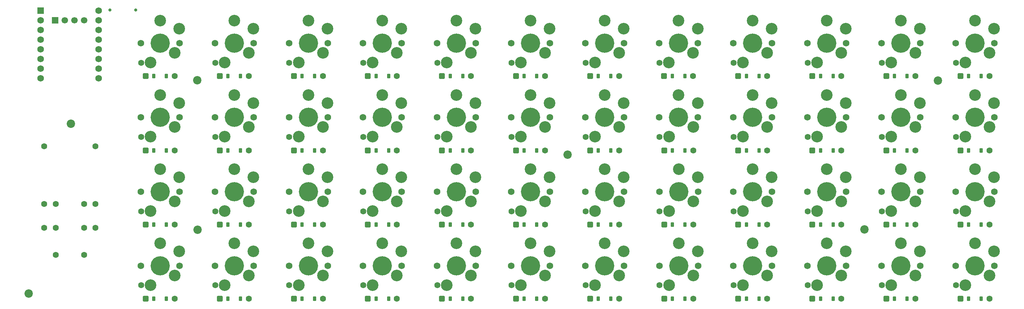
<source format=gbr>
%TF.GenerationSoftware,KiCad,Pcbnew,9.0.2+dfsg-1*%
%TF.CreationDate,2025-11-03T11:46:04-05:00*%
%TF.ProjectId,4x12,34783132-2e6b-4696-9361-645f70636258,rev?*%
%TF.SameCoordinates,Original*%
%TF.FileFunction,Soldermask,Top*%
%TF.FilePolarity,Negative*%
%FSLAX46Y46*%
G04 Gerber Fmt 4.6, Leading zero omitted, Abs format (unit mm)*
G04 Created by KiCad (PCBNEW 9.0.2+dfsg-1) date 2025-11-03 11:46:04*
%MOMM*%
%LPD*%
G01*
G04 APERTURE LIST*
G04 Aperture macros list*
%AMRoundRect*
0 Rectangle with rounded corners*
0 $1 Rounding radius*
0 $2 $3 $4 $5 $6 $7 $8 $9 X,Y pos of 4 corners*
0 Add a 4 corners polygon primitive as box body*
4,1,4,$2,$3,$4,$5,$6,$7,$8,$9,$2,$3,0*
0 Add four circle primitives for the rounded corners*
1,1,$1+$1,$2,$3*
1,1,$1+$1,$4,$5*
1,1,$1+$1,$6,$7*
1,1,$1+$1,$8,$9*
0 Add four rect primitives between the rounded corners*
20,1,$1+$1,$2,$3,$4,$5,0*
20,1,$1+$1,$4,$5,$6,$7,0*
20,1,$1+$1,$6,$7,$8,$9,0*
20,1,$1+$1,$8,$9,$2,$3,0*%
G04 Aperture macros list end*
%ADD10C,1.600000*%
%ADD11C,3.050000*%
%ADD12C,5.050000*%
%ADD13C,1.750000*%
%ADD14C,4.000000*%
%ADD15C,2.200000*%
%ADD16RoundRect,0.250000X-0.500003X-0.499997X0.499997X-0.500003X0.500003X0.499997X-0.499997X0.500003X0*%
%ADD17RoundRect,0.225000X-0.225002X-0.374999X0.224998X-0.375001X0.225002X0.374999X-0.224998X0.375001X0*%
%ADD18R,1.700000X1.700000*%
%ADD19C,1.700000*%
%ADD20C,1.752600*%
%ADD21R,1.752600X1.752600*%
%ADD22C,0.800000*%
G04 APERTURE END LIST*
D10*
%TO.C,REF\u002A\u002A*%
X146470370Y-76881528D03*
D11*
X151470223Y-65831474D03*
D12*
X151470302Y-71731468D03*
D11*
X156470244Y-67931397D03*
%TD*%
D13*
%TO.C,REF\u002A\u002A*%
X59270574Y-91231405D03*
D11*
X58000601Y-93771438D03*
D14*
X54190571Y-91231476D03*
D11*
X51650632Y-96311521D03*
D13*
X49110568Y-91231547D03*
%TD*%
%TO.C,REF\u002A\u002A*%
X253830090Y-52231435D03*
D11*
X252560117Y-54771468D03*
D14*
X248750087Y-52231506D03*
D11*
X246210148Y-57311551D03*
D13*
X243670084Y-52231577D03*
%TD*%
D10*
%TO.C,REF\u002A\u002A*%
X224294155Y-57381566D03*
D11*
X229294008Y-46331512D03*
D12*
X229294087Y-52231506D03*
D11*
X234294029Y-48431435D03*
%TD*%
D13*
%TO.C,REF\u002A\u002A*%
X117638305Y-71731397D03*
D11*
X116368332Y-74271430D03*
D14*
X112558302Y-71731468D03*
D11*
X110018363Y-76811513D03*
D13*
X107478299Y-71731539D03*
%TD*%
D15*
%TO.C,CiHole1*%
X161202513Y-81500559D03*
%TD*%
D13*
%TO.C,REF\u002A\u002A*%
X59270090Y-52231435D03*
D11*
X58000117Y-54771468D03*
D14*
X54190087Y-52231506D03*
D11*
X51650148Y-57311551D03*
D13*
X49110084Y-52231577D03*
%TD*%
D10*
%TO.C,REF\u002A\u002A*%
X185382155Y-57381567D03*
D11*
X190382008Y-46331513D03*
D12*
X190382087Y-52231507D03*
D11*
X195382029Y-48431436D03*
%TD*%
D16*
%TO.C,D14*%
X167116439Y-80381508D03*
D17*
X169276433Y-80381490D03*
X172576441Y-80381460D03*
D10*
X174736435Y-80381442D03*
%TD*%
D18*
%TO.C,REF\u002A\u002A*%
X26613801Y-46241089D03*
D19*
X29153801Y-46241089D03*
X31693801Y-46241089D03*
X34233801Y-46241088D03*
%TD*%
D13*
%TO.C,REF\u002A\u002A*%
X195462090Y-52231436D03*
D11*
X194192117Y-54771469D03*
D14*
X190382087Y-52231507D03*
D11*
X187842148Y-57311552D03*
D13*
X185302084Y-52231578D03*
%TD*%
%TO.C,REF\u002A\u002A*%
X156550090Y-52231435D03*
D11*
X155280117Y-54771468D03*
D14*
X151470087Y-52231506D03*
D11*
X148930148Y-57311551D03*
D13*
X146390084Y-52231577D03*
%TD*%
D10*
%TO.C,REF\u002A\u002A*%
X68646371Y-76881528D03*
D11*
X73646224Y-65831474D03*
D12*
X73646303Y-71731468D03*
D11*
X78646245Y-67931397D03*
%TD*%
D16*
%TO.C,D14*%
X69836200Y-60881507D03*
D17*
X71996194Y-60881489D03*
X75296202Y-60881459D03*
D10*
X77456196Y-60881441D03*
%TD*%
D16*
%TO.C,D14*%
X147660200Y-60881507D03*
D17*
X149820194Y-60881489D03*
X153120202Y-60881459D03*
D10*
X155280196Y-60881441D03*
%TD*%
D13*
%TO.C,REF\u002A\u002A*%
X273286574Y-110687405D03*
D11*
X272016601Y-113227438D03*
D14*
X268206571Y-110687476D03*
D11*
X265666632Y-115767521D03*
D13*
X263126568Y-110687547D03*
%TD*%
D10*
%TO.C,REF\u002A\u002A*%
X263206156Y-57381565D03*
D11*
X268206009Y-46331511D03*
D12*
X268206088Y-52231505D03*
D11*
X273206030Y-48431434D03*
%TD*%
D10*
%TO.C,REF\u002A\u002A*%
X224294639Y-96381536D03*
D11*
X229294492Y-85331482D03*
D12*
X229294571Y-91231476D03*
D11*
X234294513Y-87431405D03*
%TD*%
D15*
%TO.C,CiHole1*%
X63922513Y-61980558D03*
%TD*%
D20*
%TO.C,*%
X38043800Y-48781089D03*
%TD*%
D10*
%TO.C,REF\u002A\u002A*%
X204838155Y-57381565D03*
D11*
X209838008Y-46331511D03*
D12*
X209838087Y-52231505D03*
D11*
X214838029Y-48431434D03*
%TD*%
D20*
%TO.C,*%
X38043800Y-46241089D03*
%TD*%
D13*
%TO.C,REF\u002A\u002A*%
X156550305Y-71731397D03*
D11*
X155280332Y-74271430D03*
D14*
X151470302Y-71731468D03*
D11*
X148930363Y-76811513D03*
D13*
X146390299Y-71731539D03*
%TD*%
%TO.C,REF\u002A\u002A*%
X78726306Y-71731397D03*
D11*
X77456333Y-74271430D03*
D14*
X73646303Y-71731468D03*
D11*
X71106364Y-76811513D03*
D13*
X68566300Y-71731539D03*
%TD*%
D10*
%TO.C,REF\u002A\u002A*%
X165926155Y-57381567D03*
D11*
X170926008Y-46331513D03*
D12*
X170926087Y-52231507D03*
D11*
X175926029Y-48431436D03*
%TD*%
D16*
%TO.C,D14*%
X128204200Y-60881507D03*
D17*
X130364194Y-60881489D03*
X133664202Y-60881459D03*
D10*
X135824196Y-60881441D03*
%TD*%
%TO.C,REF\u002A\u002A*%
X146470639Y-96381536D03*
D11*
X151470492Y-85331482D03*
D12*
X151470571Y-91231476D03*
D11*
X156470513Y-87431405D03*
%TD*%
D13*
%TO.C,REF\u002A\u002A*%
X214918305Y-71731397D03*
D11*
X213648332Y-74271430D03*
D14*
X209838302Y-71731468D03*
D11*
X207298363Y-76811513D03*
D13*
X204758299Y-71731539D03*
%TD*%
%TO.C,REF\u002A\u002A*%
X273286091Y-52231434D03*
D11*
X272016118Y-54771467D03*
D14*
X268206088Y-52231505D03*
D11*
X265666149Y-57311550D03*
D13*
X263126085Y-52231576D03*
%TD*%
D16*
%TO.C,D14*%
X186572439Y-80381506D03*
D17*
X188732433Y-80381488D03*
X192032441Y-80381458D03*
D10*
X194192435Y-80381440D03*
%TD*%
D13*
%TO.C,REF\u002A\u002A*%
X137094090Y-52231435D03*
D11*
X135824117Y-54771468D03*
D14*
X132014087Y-52231506D03*
D11*
X129474148Y-57311551D03*
D13*
X126934084Y-52231577D03*
%TD*%
D10*
%TO.C,REF\u002A\u002A*%
X204838639Y-96381536D03*
D11*
X209838492Y-85331482D03*
D12*
X209838571Y-91231476D03*
D11*
X214838513Y-87431405D03*
%TD*%
D16*
%TO.C,D14*%
X50380439Y-80381507D03*
D17*
X52540433Y-80381489D03*
X55840441Y-80381459D03*
D10*
X58000435Y-80381441D03*
%TD*%
D16*
%TO.C,D14*%
X167116653Y-119337513D03*
D17*
X169276647Y-119337495D03*
X172576655Y-119337465D03*
D10*
X174736649Y-119337447D03*
%TD*%
%TO.C,REF\u002A\u002A*%
X49190639Y-115837536D03*
D11*
X54190492Y-104787482D03*
D12*
X54190571Y-110687476D03*
D11*
X59190513Y-106887405D03*
%TD*%
D10*
%TO.C,REF\u002A\u002A*%
X146470639Y-115837536D03*
D11*
X151470492Y-104787482D03*
D12*
X151470571Y-110687476D03*
D11*
X156470513Y-106887405D03*
%TD*%
D16*
%TO.C,D14*%
X225484200Y-60881507D03*
D17*
X227644194Y-60881489D03*
X230944202Y-60881459D03*
D10*
X233104196Y-60881441D03*
%TD*%
D20*
%TO.C,*%
X38043801Y-56401088D03*
%TD*%
D10*
%TO.C,REF\u002A\u002A*%
X49190370Y-76881528D03*
D11*
X54190223Y-65831474D03*
D12*
X54190302Y-71731468D03*
D11*
X59190244Y-67931397D03*
%TD*%
D13*
%TO.C,REF\u002A\u002A*%
X117638574Y-110687405D03*
D11*
X116368601Y-113227438D03*
D14*
X112558571Y-110687476D03*
D11*
X110018632Y-115767521D03*
D13*
X107478568Y-110687547D03*
%TD*%
D20*
%TO.C,*%
X38043801Y-53861089D03*
%TD*%
D15*
%TO.C,CiHole1*%
X19622513Y-118040558D03*
%TD*%
D16*
%TO.C,D14*%
X108748652Y-119337513D03*
D17*
X110908646Y-119337495D03*
X114208654Y-119337465D03*
D10*
X116368648Y-119337447D03*
%TD*%
D15*
%TO.C,CiHole1*%
X239202515Y-101170558D03*
%TD*%
D10*
%TO.C,REF\u002A\u002A*%
X165926371Y-76881528D03*
D11*
X170926224Y-65831474D03*
D12*
X170926303Y-71731468D03*
D11*
X175926245Y-67931397D03*
%TD*%
D10*
%TO.C,REF\u002A\u002A*%
X204838639Y-115837537D03*
D11*
X209838492Y-104787483D03*
D12*
X209838571Y-110687477D03*
D11*
X214838513Y-106887406D03*
%TD*%
D10*
%TO.C,REF\u002A\u002A*%
X204838370Y-76881528D03*
D11*
X209838223Y-65831474D03*
D12*
X209838302Y-71731468D03*
D11*
X214838244Y-67931397D03*
%TD*%
D10*
%TO.C,REF\u002A\u002A*%
X243750370Y-76881528D03*
D11*
X248750223Y-65831474D03*
D12*
X248750302Y-71731468D03*
D11*
X253750244Y-67931397D03*
%TD*%
D16*
%TO.C,D14*%
X147660440Y-80381507D03*
D17*
X149820434Y-80381489D03*
X153120442Y-80381459D03*
D10*
X155280436Y-80381441D03*
%TD*%
D16*
%TO.C,D14*%
X69836653Y-119337514D03*
D17*
X71996647Y-119337496D03*
X75296655Y-119337466D03*
D10*
X77456649Y-119337448D03*
%TD*%
D21*
%TO.C,*%
X22803800Y-43701089D03*
%TD*%
D20*
%TO.C,*%
X22803801Y-48781088D03*
%TD*%
D16*
%TO.C,D14*%
X108748201Y-60881507D03*
D17*
X110908195Y-60881489D03*
X114208203Y-60881459D03*
D10*
X116368197Y-60881441D03*
%TD*%
D13*
%TO.C,REF\u002A\u002A*%
X98182574Y-110687405D03*
D11*
X96912601Y-113227438D03*
D14*
X93102571Y-110687476D03*
D11*
X90562632Y-115767521D03*
D13*
X88022568Y-110687547D03*
%TD*%
%TO.C,REF\u002A\u002A*%
X214918574Y-91231405D03*
D11*
X213648601Y-93771438D03*
D14*
X209838571Y-91231476D03*
D11*
X207298632Y-96311521D03*
D13*
X204758568Y-91231547D03*
%TD*%
D16*
%TO.C,D14*%
X264396439Y-80381507D03*
D17*
X266556433Y-80381489D03*
X269856441Y-80381459D03*
D10*
X272016435Y-80381441D03*
%TD*%
D16*
%TO.C,D14*%
X108748652Y-99881512D03*
D17*
X110908646Y-99881494D03*
X114208654Y-99881464D03*
D10*
X116368648Y-99881446D03*
%TD*%
%TO.C,REF\u002A\u002A*%
X263206370Y-76881528D03*
D11*
X268206223Y-65831474D03*
D12*
X268206302Y-71731468D03*
D11*
X273206244Y-67931397D03*
%TD*%
D20*
%TO.C,*%
X22803800Y-53861089D03*
%TD*%
D10*
%TO.C,REF\u002A\u002A*%
X88102370Y-76881528D03*
D11*
X93102223Y-65831474D03*
D12*
X93102302Y-71731468D03*
D11*
X98102244Y-67931397D03*
%TD*%
D13*
%TO.C,REF\u002A\u002A*%
X176006090Y-52231436D03*
D11*
X174736117Y-54771469D03*
D14*
X170926087Y-52231507D03*
D11*
X168386148Y-57311552D03*
D13*
X165846084Y-52231578D03*
%TD*%
%TO.C,REF\u002A\u002A*%
X273286574Y-91231405D03*
D11*
X272016601Y-93771438D03*
D14*
X268206571Y-91231476D03*
D11*
X265666632Y-96311521D03*
D13*
X263126568Y-91231547D03*
%TD*%
D10*
%TO.C,REF\u002A\u002A*%
X185382640Y-96381536D03*
D11*
X190382493Y-85331482D03*
D12*
X190382572Y-91231476D03*
D11*
X195382514Y-87431405D03*
%TD*%
D13*
%TO.C,REF\u002A\u002A*%
X176006574Y-91231405D03*
D11*
X174736601Y-93771438D03*
D14*
X170926571Y-91231476D03*
D11*
X168386632Y-96311521D03*
D13*
X165846568Y-91231547D03*
%TD*%
D10*
%TO.C,REF\u002A\u002A*%
X68646639Y-115837536D03*
D11*
X73646492Y-104787482D03*
D12*
X73646571Y-110687476D03*
D11*
X78646513Y-106887405D03*
%TD*%
D10*
%TO.C,REF\u002A\u002A*%
X127014639Y-96381535D03*
D11*
X132014492Y-85331481D03*
D12*
X132014571Y-91231475D03*
D11*
X137014513Y-87431404D03*
%TD*%
D16*
%TO.C,D14*%
X244940439Y-80381507D03*
D17*
X247100433Y-80381489D03*
X250400441Y-80381459D03*
D10*
X252560435Y-80381441D03*
%TD*%
%TO.C,REF\u002A\u002A*%
X88102155Y-57381566D03*
D11*
X93102008Y-46331512D03*
D12*
X93102087Y-52231506D03*
D11*
X98102029Y-48431435D03*
%TD*%
D16*
%TO.C,D14*%
X147660652Y-119337513D03*
D17*
X149820646Y-119337495D03*
X153120654Y-119337465D03*
D10*
X155280648Y-119337447D03*
%TD*%
D13*
%TO.C,REF\u002A\u002A*%
X214918574Y-110687406D03*
D11*
X213648601Y-113227439D03*
D14*
X209838571Y-110687477D03*
D11*
X207298632Y-115767522D03*
D13*
X204758568Y-110687548D03*
%TD*%
D10*
%TO.C,REF\u002A\u002A*%
X185382370Y-76881528D03*
D11*
X190382223Y-65831474D03*
D12*
X190382302Y-71731468D03*
D11*
X195382244Y-67931397D03*
%TD*%
D16*
%TO.C,D14*%
X167116200Y-60881508D03*
D17*
X169276194Y-60881490D03*
X172576202Y-60881460D03*
D10*
X174736196Y-60881442D03*
%TD*%
D16*
%TO.C,D14*%
X50380653Y-99881513D03*
D17*
X52540647Y-99881495D03*
X55840655Y-99881465D03*
D10*
X58000649Y-99881447D03*
%TD*%
D13*
%TO.C,REF\u002A\u002A*%
X156550574Y-91231405D03*
D11*
X155280601Y-93771438D03*
D14*
X151470571Y-91231476D03*
D11*
X148930632Y-96311521D03*
D13*
X146390568Y-91231547D03*
%TD*%
D10*
%TO.C,REF\u002A\u002A*%
X49190155Y-57381566D03*
D11*
X54190008Y-46331512D03*
D12*
X54190087Y-52231506D03*
D11*
X59190029Y-48431435D03*
%TD*%
D13*
%TO.C,REF\u002A\u002A*%
X98182305Y-71731397D03*
D11*
X96912332Y-74271430D03*
D14*
X93102302Y-71731468D03*
D11*
X90562363Y-76811513D03*
D13*
X88022299Y-71731539D03*
%TD*%
D16*
%TO.C,D14*%
X225484439Y-80381507D03*
D17*
X227644433Y-80381489D03*
X230944441Y-80381459D03*
D10*
X233104435Y-80381441D03*
%TD*%
D16*
%TO.C,D14*%
X89292200Y-60881507D03*
D17*
X91452194Y-60881489D03*
X94752202Y-60881459D03*
D10*
X96912196Y-60881441D03*
%TD*%
D16*
%TO.C,D14*%
X128204652Y-119337513D03*
D17*
X130364646Y-119337495D03*
X133664654Y-119337465D03*
D10*
X135824648Y-119337447D03*
%TD*%
%TO.C,REF\u002A\u002A*%
X68646640Y-96381536D03*
D11*
X73646493Y-85331482D03*
D12*
X73646572Y-91231476D03*
D11*
X78646514Y-87431405D03*
%TD*%
D16*
%TO.C,D14*%
X206028652Y-99881513D03*
D17*
X208188646Y-99881495D03*
X211488654Y-99881465D03*
D10*
X213648648Y-99881447D03*
%TD*%
D13*
%TO.C,REF\u002A\u002A*%
X176006574Y-110687405D03*
D11*
X174736601Y-113227438D03*
D14*
X170926571Y-110687476D03*
D11*
X168386632Y-115767521D03*
D13*
X165846568Y-110687547D03*
%TD*%
%TO.C,REF\u002A\u002A*%
X59270305Y-71731397D03*
D11*
X58000332Y-74271430D03*
D14*
X54190302Y-71731468D03*
D11*
X51650363Y-76811513D03*
D13*
X49110299Y-71731539D03*
%TD*%
D20*
%TO.C,*%
X22803800Y-51321090D03*
%TD*%
%TO.C,*%
X38043800Y-43701089D03*
%TD*%
D10*
%TO.C,REF\u002A\u002A*%
X165926639Y-115837536D03*
D11*
X170926492Y-104787482D03*
D12*
X170926571Y-110687476D03*
D11*
X175926513Y-106887405D03*
%TD*%
D16*
%TO.C,D14*%
X167116653Y-99881513D03*
D17*
X169276647Y-99881495D03*
X172576655Y-99881465D03*
D10*
X174736649Y-99881447D03*
%TD*%
D20*
%TO.C,*%
X22803800Y-58941088D03*
%TD*%
D10*
%TO.C,REF\u002A\u002A*%
X263206639Y-115837536D03*
D11*
X268206492Y-104787482D03*
D12*
X268206571Y-110687476D03*
D11*
X273206513Y-106887405D03*
%TD*%
D16*
%TO.C,D14*%
X89292652Y-119337513D03*
D17*
X91452646Y-119337495D03*
X94752654Y-119337465D03*
D10*
X96912648Y-119337447D03*
%TD*%
D13*
%TO.C,REF\u002A\u002A*%
X137094574Y-110687405D03*
D11*
X135824601Y-113227438D03*
D14*
X132014571Y-110687476D03*
D11*
X129474632Y-115767521D03*
D13*
X126934568Y-110687547D03*
%TD*%
D16*
%TO.C,D14*%
X128204652Y-99881513D03*
D17*
X130364646Y-99881495D03*
X133664654Y-99881465D03*
D10*
X135824648Y-99881447D03*
%TD*%
D16*
%TO.C,D14*%
X50380652Y-119337513D03*
D17*
X52540646Y-119337495D03*
X55840654Y-119337465D03*
D10*
X58000648Y-119337447D03*
%TD*%
D13*
%TO.C,REF\u002A\u002A*%
X176006306Y-71731397D03*
D11*
X174736333Y-74271430D03*
D14*
X170926303Y-71731468D03*
D11*
X168386364Y-76811513D03*
D13*
X165846300Y-71731539D03*
%TD*%
D10*
%TO.C,REF\u002A\u002A*%
X185382640Y-115837536D03*
D11*
X190382493Y-104787482D03*
D12*
X190382572Y-110687476D03*
D11*
X195382514Y-106887405D03*
%TD*%
D10*
%TO.C,REF\u002A\u002A*%
X68646155Y-57381566D03*
D11*
X73646008Y-46331512D03*
D12*
X73646087Y-52231506D03*
D11*
X78646029Y-48431435D03*
%TD*%
D16*
%TO.C,D14*%
X89292652Y-99881513D03*
D17*
X91452646Y-99881495D03*
X94752654Y-99881465D03*
D10*
X96912648Y-99881447D03*
%TD*%
D13*
%TO.C,REF\u002A\u002A*%
X117638091Y-52231435D03*
D11*
X116368118Y-54771468D03*
D14*
X112558088Y-52231506D03*
D11*
X110018149Y-57311551D03*
D13*
X107478085Y-52231577D03*
%TD*%
D16*
%TO.C,D14*%
X244940652Y-119337513D03*
D17*
X247100646Y-119337495D03*
X250400654Y-119337465D03*
D10*
X252560648Y-119337447D03*
%TD*%
D13*
%TO.C,REF\u002A\u002A*%
X137094305Y-71731398D03*
D11*
X135824332Y-74271431D03*
D14*
X132014302Y-71731469D03*
D11*
X129474363Y-76811514D03*
D13*
X126934299Y-71731540D03*
%TD*%
%TO.C,REF\u002A\u002A*%
X98182574Y-91231406D03*
D11*
X96912601Y-93771439D03*
D14*
X93102571Y-91231477D03*
D11*
X90562632Y-96311522D03*
D13*
X88022568Y-91231548D03*
%TD*%
D16*
%TO.C,D14*%
X225484652Y-119337513D03*
D17*
X227644646Y-119337495D03*
X230944654Y-119337465D03*
D10*
X233104648Y-119337447D03*
%TD*%
D16*
%TO.C,D14*%
X206028652Y-119337513D03*
D17*
X208188646Y-119337495D03*
X211488654Y-119337465D03*
D10*
X213648648Y-119337447D03*
%TD*%
D16*
%TO.C,D14*%
X186572652Y-119337514D03*
D17*
X188732646Y-119337496D03*
X192032654Y-119337466D03*
D10*
X194192648Y-119337448D03*
%TD*%
D16*
%TO.C,D14*%
X264396200Y-60881507D03*
D17*
X266556194Y-60881489D03*
X269856202Y-60881459D03*
D10*
X272016196Y-60881441D03*
%TD*%
D16*
%TO.C,D14*%
X128204439Y-80381507D03*
D17*
X130364433Y-80381489D03*
X133664441Y-80381459D03*
D10*
X135824435Y-80381441D03*
%TD*%
D20*
%TO.C,*%
X22803800Y-56401089D03*
%TD*%
D13*
%TO.C,REF\u002A\u002A*%
X195462575Y-110687405D03*
D11*
X194192602Y-113227438D03*
D14*
X190382572Y-110687476D03*
D11*
X187842633Y-115767521D03*
D13*
X185302569Y-110687547D03*
%TD*%
%TO.C,REF\u002A\u002A*%
X78726090Y-52231435D03*
D11*
X77456117Y-54771468D03*
D14*
X73646087Y-52231506D03*
D11*
X71106148Y-57311551D03*
D13*
X68566084Y-52231577D03*
%TD*%
%TO.C,REF\u002A\u002A*%
X253830574Y-110687404D03*
D11*
X252560601Y-113227437D03*
D14*
X248750571Y-110687475D03*
D11*
X246210632Y-115767520D03*
D13*
X243670568Y-110687546D03*
%TD*%
D10*
%TO.C,REF\u002A\u002A*%
X127014639Y-115837536D03*
D11*
X132014492Y-104787482D03*
D12*
X132014571Y-110687476D03*
D11*
X137014513Y-106887405D03*
%TD*%
D13*
%TO.C,REF\u002A\u002A*%
X234374090Y-52231435D03*
D11*
X233104117Y-54771468D03*
D14*
X229294087Y-52231506D03*
D11*
X226754148Y-57311551D03*
D13*
X224214084Y-52231577D03*
%TD*%
%TO.C,REF\u002A\u002A*%
X98182090Y-52231435D03*
D11*
X96912117Y-54771468D03*
D14*
X93102087Y-52231506D03*
D11*
X90562148Y-57311551D03*
D13*
X88022084Y-52231577D03*
%TD*%
D10*
%TO.C,REF\u002A\u002A*%
X165926639Y-96381536D03*
D11*
X170926492Y-85331482D03*
D12*
X170926571Y-91231476D03*
D11*
X175926513Y-87431405D03*
%TD*%
D10*
%TO.C,REF\u002A\u002A*%
X107558156Y-57381566D03*
D11*
X112558009Y-46331512D03*
D12*
X112558088Y-52231506D03*
D11*
X117558030Y-48431435D03*
%TD*%
D13*
%TO.C,REF\u002A\u002A*%
X117638574Y-91231405D03*
D11*
X116368601Y-93771438D03*
D14*
X112558571Y-91231476D03*
D11*
X110018632Y-96311521D03*
D13*
X107478568Y-91231547D03*
%TD*%
D20*
%TO.C,*%
X38043800Y-58941089D03*
%TD*%
D13*
%TO.C,REF\u002A\u002A*%
X137094574Y-91231404D03*
D11*
X135824601Y-93771437D03*
D14*
X132014571Y-91231475D03*
D11*
X129474632Y-96311520D03*
D13*
X126934568Y-91231546D03*
%TD*%
%TO.C,REF\u002A\u002A*%
X273286305Y-71731397D03*
D11*
X272016332Y-74271430D03*
D14*
X268206302Y-71731468D03*
D11*
X265666363Y-76811513D03*
D13*
X263126299Y-71731539D03*
%TD*%
D10*
%TO.C,REF\u002A\u002A*%
X49190639Y-96381536D03*
D11*
X54190492Y-85331482D03*
D12*
X54190571Y-91231476D03*
D11*
X59190513Y-87431405D03*
%TD*%
D20*
%TO.C,*%
X38043800Y-61481090D03*
%TD*%
%TO.C,*%
X22803801Y-61481089D03*
%TD*%
D13*
%TO.C,REF\u002A\u002A*%
X195462575Y-91231405D03*
D11*
X194192602Y-93771438D03*
D14*
X190382572Y-91231476D03*
D11*
X187842633Y-96311521D03*
D13*
X185302569Y-91231547D03*
%TD*%
D10*
%TO.C,REF\u002A\u002A*%
X88102639Y-96381537D03*
D11*
X93102492Y-85331483D03*
D12*
X93102571Y-91231477D03*
D11*
X98102513Y-87431406D03*
%TD*%
D13*
%TO.C,REF\u002A\u002A*%
X78726575Y-91231405D03*
D11*
X77456602Y-93771438D03*
D14*
X73646572Y-91231476D03*
D11*
X71106633Y-96311521D03*
D13*
X68566569Y-91231547D03*
%TD*%
D16*
%TO.C,D14*%
X108748439Y-80381507D03*
D17*
X110908433Y-80381489D03*
X114208441Y-80381459D03*
D10*
X116368435Y-80381441D03*
%TD*%
%TO.C,REF\u002A\u002A*%
X243750639Y-115837535D03*
D11*
X248750492Y-104787481D03*
D12*
X248750571Y-110687475D03*
D11*
X253750513Y-106887404D03*
%TD*%
D16*
%TO.C,D14*%
X206028200Y-60881507D03*
D17*
X208188194Y-60881489D03*
X211488202Y-60881459D03*
D10*
X213648196Y-60881441D03*
%TD*%
D15*
%TO.C,CiHole1*%
X64032513Y-101260558D03*
%TD*%
%TO.C,CiHole1*%
X30782514Y-73360558D03*
%TD*%
D13*
%TO.C,REF\u002A\u002A*%
X59270574Y-110687405D03*
D11*
X58000601Y-113227438D03*
D14*
X54190571Y-110687476D03*
D11*
X51650632Y-115767521D03*
D13*
X49110568Y-110687547D03*
%TD*%
D10*
%TO.C,REF\u002A\u002A*%
X127014370Y-76881529D03*
D11*
X132014223Y-65831475D03*
D12*
X132014302Y-71731469D03*
D11*
X137014244Y-67931398D03*
%TD*%
D16*
%TO.C,D14*%
X264396652Y-119337513D03*
D17*
X266556646Y-119337495D03*
X269856654Y-119337465D03*
D10*
X272016648Y-119337447D03*
%TD*%
%TO.C,REF\u002A\u002A*%
X243750155Y-57381566D03*
D11*
X248750008Y-46331512D03*
D12*
X248750087Y-52231506D03*
D11*
X253750029Y-48431435D03*
%TD*%
D13*
%TO.C,REF\u002A\u002A*%
X253830574Y-91231405D03*
D11*
X252560601Y-93771438D03*
D14*
X248750571Y-91231476D03*
D11*
X246210632Y-96311521D03*
D13*
X243670568Y-91231547D03*
%TD*%
D16*
%TO.C,D14*%
X264396653Y-99881513D03*
D17*
X266556647Y-99881495D03*
X269856655Y-99881465D03*
D10*
X272016649Y-99881447D03*
%TD*%
%TO.C,REF\u002A\u002A*%
X224294639Y-115837537D03*
D11*
X229294492Y-104787483D03*
D12*
X229294571Y-110687477D03*
D11*
X234294513Y-106887406D03*
%TD*%
D13*
%TO.C,REF\u002A\u002A*%
X156550574Y-110687405D03*
D11*
X155280601Y-113227438D03*
D14*
X151470571Y-110687476D03*
D11*
X148930632Y-115767521D03*
D13*
X146390568Y-110687547D03*
%TD*%
D16*
%TO.C,D14*%
X186572652Y-99881513D03*
D17*
X188732646Y-99881495D03*
X192032654Y-99881465D03*
D10*
X194192648Y-99881447D03*
%TD*%
%TO.C,REF\u002A\u002A*%
X263206639Y-96381536D03*
D11*
X268206492Y-85331482D03*
D12*
X268206571Y-91231476D03*
D11*
X273206513Y-87431405D03*
%TD*%
D16*
%TO.C,D14*%
X69836439Y-80381507D03*
D17*
X71996433Y-80381489D03*
X75296441Y-80381459D03*
D10*
X77456435Y-80381441D03*
%TD*%
%TO.C,REF\u002A\u002A*%
X146470155Y-57381566D03*
D11*
X151470008Y-46331512D03*
D12*
X151470087Y-52231506D03*
D11*
X156470029Y-48431435D03*
%TD*%
D16*
%TO.C,D14*%
X225484652Y-99881513D03*
D17*
X227644646Y-99881495D03*
X230944654Y-99881465D03*
D10*
X233104648Y-99881447D03*
%TD*%
%TO.C,REF\u002A\u002A*%
X88102639Y-115837536D03*
D11*
X93102492Y-104787482D03*
D12*
X93102571Y-110687476D03*
D11*
X98102513Y-106887405D03*
%TD*%
D13*
%TO.C,REF\u002A\u002A*%
X253830305Y-71731397D03*
D11*
X252560332Y-74271430D03*
D14*
X248750302Y-71731468D03*
D11*
X246210363Y-76811513D03*
D13*
X243670299Y-71731539D03*
%TD*%
D16*
%TO.C,D14*%
X186572200Y-60881508D03*
D17*
X188732194Y-60881490D03*
X192032202Y-60881460D03*
D10*
X194192196Y-60881442D03*
%TD*%
D13*
%TO.C,REF\u002A\u002A*%
X214918090Y-52231434D03*
D11*
X213648117Y-54771467D03*
D14*
X209838087Y-52231505D03*
D11*
X207298148Y-57311550D03*
D13*
X204758084Y-52231576D03*
%TD*%
%TO.C,REF\u002A\u002A*%
X234374307Y-71731397D03*
D11*
X233104334Y-74271430D03*
D14*
X229294304Y-71731468D03*
D11*
X226754365Y-76811513D03*
D13*
X224214301Y-71731539D03*
%TD*%
D20*
%TO.C,*%
X22803800Y-46241089D03*
%TD*%
D13*
%TO.C,REF\u002A\u002A*%
X195462305Y-71731397D03*
D11*
X194192332Y-74271430D03*
D14*
X190382302Y-71731468D03*
D11*
X187842363Y-76811513D03*
D13*
X185302299Y-71731539D03*
%TD*%
D16*
%TO.C,D14*%
X147660652Y-99881513D03*
D17*
X149820646Y-99881495D03*
X153120654Y-99881465D03*
D10*
X155280648Y-99881447D03*
%TD*%
D16*
%TO.C,D14*%
X206028440Y-80381506D03*
D17*
X208188434Y-80381488D03*
X211488442Y-80381458D03*
D10*
X213648436Y-80381440D03*
%TD*%
D20*
%TO.C,*%
X38043800Y-51321089D03*
%TD*%
D16*
%TO.C,D14*%
X244940652Y-99881513D03*
D17*
X247100646Y-99881495D03*
X250400654Y-99881465D03*
D10*
X252560648Y-99881447D03*
%TD*%
D13*
%TO.C,REF\u002A\u002A*%
X234374574Y-110687406D03*
D11*
X233104601Y-113227439D03*
D14*
X229294571Y-110687477D03*
D11*
X226754632Y-115767522D03*
D13*
X224214568Y-110687548D03*
%TD*%
D16*
%TO.C,D14*%
X69836652Y-99881514D03*
D17*
X71996646Y-99881496D03*
X75296654Y-99881466D03*
D10*
X77456648Y-99881448D03*
%TD*%
%TO.C,REF\u002A\u002A*%
X107558639Y-96381536D03*
D11*
X112558492Y-85331482D03*
D12*
X112558571Y-91231476D03*
D11*
X117558513Y-87431405D03*
%TD*%
D10*
%TO.C,REF\u002A\u002A*%
X224294372Y-76881528D03*
D11*
X229294225Y-65831474D03*
D12*
X229294304Y-71731468D03*
D11*
X234294246Y-67931397D03*
%TD*%
D10*
%TO.C,REF\u002A\u002A*%
X107558370Y-76881528D03*
D11*
X112558223Y-65831474D03*
D12*
X112558302Y-71731468D03*
D11*
X117558244Y-67931397D03*
%TD*%
D10*
%TO.C,REF\u002A\u002A*%
X127014155Y-57381566D03*
D11*
X132014008Y-46331512D03*
D12*
X132014087Y-52231506D03*
D11*
X137014029Y-48431435D03*
%TD*%
D13*
%TO.C,REF\u002A\u002A*%
X234374574Y-91231405D03*
D11*
X233104601Y-93771438D03*
D14*
X229294571Y-91231476D03*
D11*
X226754632Y-96311521D03*
D13*
X224214568Y-91231547D03*
%TD*%
D16*
%TO.C,D14*%
X89292439Y-80381507D03*
D17*
X91452433Y-80381489D03*
X94752441Y-80381459D03*
D10*
X96912435Y-80381441D03*
%TD*%
%TO.C,REF\u002A\u002A*%
X107558639Y-115837536D03*
D11*
X112558492Y-104787482D03*
D12*
X112558571Y-110687476D03*
D11*
X117558513Y-106887405D03*
%TD*%
D13*
%TO.C,REF\u002A\u002A*%
X78726574Y-110687405D03*
D11*
X77456601Y-113227438D03*
D14*
X73646571Y-110687476D03*
D11*
X71106632Y-115767521D03*
D13*
X68566568Y-110687547D03*
%TD*%
D16*
%TO.C,D14*%
X244940200Y-60881507D03*
D17*
X247100194Y-60881489D03*
X250400202Y-60881459D03*
D10*
X252560196Y-60881441D03*
%TD*%
%TO.C,REF\u002A\u002A*%
X243750639Y-96381536D03*
D11*
X248750492Y-85331482D03*
D12*
X248750571Y-91231476D03*
D11*
X253750513Y-87431405D03*
%TD*%
D15*
%TO.C,CiHole1*%
X258492513Y-62010558D03*
%TD*%
D16*
%TO.C,D14*%
X50380200Y-60881507D03*
D17*
X52540194Y-60881489D03*
X55840202Y-60881459D03*
D10*
X58000196Y-60881441D03*
%TD*%
D22*
%TO.C,REF\u002A\u002A*%
X40982517Y-43475549D03*
X47782509Y-43475557D03*
%TD*%
D10*
%TO.C,*%
X23717525Y-100770501D03*
%TD*%
%TO.C,*%
X34212513Y-100770558D03*
%TD*%
%TO.C,*%
X26722521Y-100770505D03*
%TD*%
%TO.C,*%
X23717525Y-94510500D03*
%TD*%
%TO.C,*%
X37217529Y-100770592D03*
%TD*%
%TO.C,*%
X26722521Y-94510506D03*
%TD*%
%TO.C,*%
X37217678Y-79280576D03*
%TD*%
%TO.C,*%
X26727634Y-107835508D03*
%TD*%
%TO.C,*%
X23717674Y-79280499D03*
%TD*%
%TO.C,*%
X34217625Y-107835560D03*
%TD*%
%TO.C,*%
X34212513Y-94510559D03*
%TD*%
%TO.C,*%
X37217529Y-94510593D03*
%TD*%
M02*

</source>
